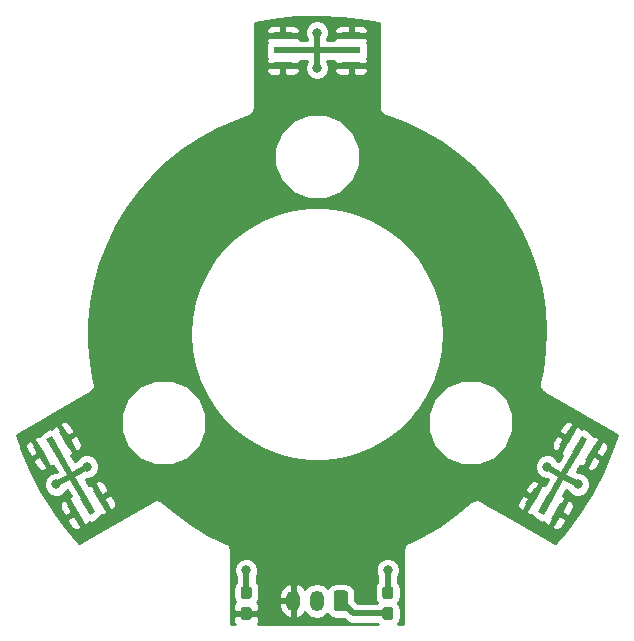
<source format=gbr>
G04 #@! TF.GenerationSoftware,KiCad,Pcbnew,(5.0.1-3-g963ef8bb5)*
G04 #@! TF.CreationDate,2019-08-29T11:39:49+02:00*
G04 #@! TF.ProjectId,crecol_encoder,637265636F6C5F656E636F6465722E6B,rev?*
G04 #@! TF.SameCoordinates,Original*
G04 #@! TF.FileFunction,Copper,L2,Bot,Signal*
G04 #@! TF.FilePolarity,Positive*
%FSLAX46Y46*%
G04 Gerber Fmt 4.6, Leading zero omitted, Abs format (unit mm)*
G04 Created by KiCad (PCBNEW (5.0.1-3-g963ef8bb5)) date 2019 August 29, Thursday 11:39:49*
%MOMM*%
%LPD*%
G01*
G04 APERTURE LIST*
G04 #@! TA.AperFunction,Conductor*
%ADD10C,0.100000*%
G04 #@! TD*
G04 #@! TA.AperFunction,SMDPad,CuDef*
%ADD11C,0.950000*%
G04 #@! TD*
G04 #@! TA.AperFunction,ComponentPad*
%ADD12C,1.200000*%
G04 #@! TD*
G04 #@! TA.AperFunction,ComponentPad*
%ADD13O,1.200000X1.750000*%
G04 #@! TD*
G04 #@! TA.AperFunction,SMDPad,CuDef*
%ADD14C,0.550000*%
G04 #@! TD*
G04 #@! TA.AperFunction,SMDPad,CuDef*
%ADD15R,1.600000X0.550000*%
G04 #@! TD*
G04 #@! TA.AperFunction,ViaPad*
%ADD16C,0.800000*%
G04 #@! TD*
G04 #@! TA.AperFunction,Conductor*
%ADD17C,0.500000*%
G04 #@! TD*
G04 #@! TA.AperFunction,Conductor*
%ADD18C,0.254000*%
G04 #@! TD*
G04 APERTURE END LIST*
D10*
G04 #@! TO.N,Net-(C0-Pad1)*
G04 #@! TO.C,C0*
G36*
X94260779Y-121401144D02*
X94283834Y-121404563D01*
X94306443Y-121410227D01*
X94328387Y-121418079D01*
X94349457Y-121428044D01*
X94369448Y-121440026D01*
X94388168Y-121453910D01*
X94405438Y-121469562D01*
X94421090Y-121486832D01*
X94434974Y-121505552D01*
X94446956Y-121525543D01*
X94456921Y-121546613D01*
X94464773Y-121568557D01*
X94470437Y-121591166D01*
X94473856Y-121614221D01*
X94475000Y-121637500D01*
X94475000Y-122212500D01*
X94473856Y-122235779D01*
X94470437Y-122258834D01*
X94464773Y-122281443D01*
X94456921Y-122303387D01*
X94446956Y-122324457D01*
X94434974Y-122344448D01*
X94421090Y-122363168D01*
X94405438Y-122380438D01*
X94388168Y-122396090D01*
X94369448Y-122409974D01*
X94349457Y-122421956D01*
X94328387Y-122431921D01*
X94306443Y-122439773D01*
X94283834Y-122445437D01*
X94260779Y-122448856D01*
X94237500Y-122450000D01*
X93762500Y-122450000D01*
X93739221Y-122448856D01*
X93716166Y-122445437D01*
X93693557Y-122439773D01*
X93671613Y-122431921D01*
X93650543Y-122421956D01*
X93630552Y-122409974D01*
X93611832Y-122396090D01*
X93594562Y-122380438D01*
X93578910Y-122363168D01*
X93565026Y-122344448D01*
X93553044Y-122324457D01*
X93543079Y-122303387D01*
X93535227Y-122281443D01*
X93529563Y-122258834D01*
X93526144Y-122235779D01*
X93525000Y-122212500D01*
X93525000Y-121637500D01*
X93526144Y-121614221D01*
X93529563Y-121591166D01*
X93535227Y-121568557D01*
X93543079Y-121546613D01*
X93553044Y-121525543D01*
X93565026Y-121505552D01*
X93578910Y-121486832D01*
X93594562Y-121469562D01*
X93611832Y-121453910D01*
X93630552Y-121440026D01*
X93650543Y-121428044D01*
X93671613Y-121418079D01*
X93693557Y-121410227D01*
X93716166Y-121404563D01*
X93739221Y-121401144D01*
X93762500Y-121400000D01*
X94237500Y-121400000D01*
X94260779Y-121401144D01*
X94260779Y-121401144D01*
G37*
D11*
G04 #@! TD*
G04 #@! TO.P,C0,1*
G04 #@! TO.N,Net-(C0-Pad1)*
X94000000Y-121925000D03*
D10*
G04 #@! TO.N,GND*
G04 #@! TO.C,C0*
G36*
X94260779Y-123151144D02*
X94283834Y-123154563D01*
X94306443Y-123160227D01*
X94328387Y-123168079D01*
X94349457Y-123178044D01*
X94369448Y-123190026D01*
X94388168Y-123203910D01*
X94405438Y-123219562D01*
X94421090Y-123236832D01*
X94434974Y-123255552D01*
X94446956Y-123275543D01*
X94456921Y-123296613D01*
X94464773Y-123318557D01*
X94470437Y-123341166D01*
X94473856Y-123364221D01*
X94475000Y-123387500D01*
X94475000Y-123962500D01*
X94473856Y-123985779D01*
X94470437Y-124008834D01*
X94464773Y-124031443D01*
X94456921Y-124053387D01*
X94446956Y-124074457D01*
X94434974Y-124094448D01*
X94421090Y-124113168D01*
X94405438Y-124130438D01*
X94388168Y-124146090D01*
X94369448Y-124159974D01*
X94349457Y-124171956D01*
X94328387Y-124181921D01*
X94306443Y-124189773D01*
X94283834Y-124195437D01*
X94260779Y-124198856D01*
X94237500Y-124200000D01*
X93762500Y-124200000D01*
X93739221Y-124198856D01*
X93716166Y-124195437D01*
X93693557Y-124189773D01*
X93671613Y-124181921D01*
X93650543Y-124171956D01*
X93630552Y-124159974D01*
X93611832Y-124146090D01*
X93594562Y-124130438D01*
X93578910Y-124113168D01*
X93565026Y-124094448D01*
X93553044Y-124074457D01*
X93543079Y-124053387D01*
X93535227Y-124031443D01*
X93529563Y-124008834D01*
X93526144Y-123985779D01*
X93525000Y-123962500D01*
X93525000Y-123387500D01*
X93526144Y-123364221D01*
X93529563Y-123341166D01*
X93535227Y-123318557D01*
X93543079Y-123296613D01*
X93553044Y-123275543D01*
X93565026Y-123255552D01*
X93578910Y-123236832D01*
X93594562Y-123219562D01*
X93611832Y-123203910D01*
X93630552Y-123190026D01*
X93650543Y-123178044D01*
X93671613Y-123168079D01*
X93693557Y-123160227D01*
X93716166Y-123154563D01*
X93739221Y-123151144D01*
X93762500Y-123150000D01*
X94237500Y-123150000D01*
X94260779Y-123151144D01*
X94260779Y-123151144D01*
G37*
D11*
G04 #@! TD*
G04 #@! TO.P,C0,2*
G04 #@! TO.N,GND*
X94000000Y-123675000D03*
D10*
G04 #@! TO.N,+3V3*
G04 #@! TO.C,J0*
G36*
X102374505Y-121726204D02*
X102398773Y-121729804D01*
X102422572Y-121735765D01*
X102445671Y-121744030D01*
X102467850Y-121754520D01*
X102488893Y-121767132D01*
X102508599Y-121781747D01*
X102526777Y-121798223D01*
X102543253Y-121816401D01*
X102557868Y-121836107D01*
X102570480Y-121857150D01*
X102580970Y-121879329D01*
X102589235Y-121902428D01*
X102595196Y-121926227D01*
X102598796Y-121950495D01*
X102600000Y-121974999D01*
X102600000Y-123225001D01*
X102598796Y-123249505D01*
X102595196Y-123273773D01*
X102589235Y-123297572D01*
X102580970Y-123320671D01*
X102570480Y-123342850D01*
X102557868Y-123363893D01*
X102543253Y-123383599D01*
X102526777Y-123401777D01*
X102508599Y-123418253D01*
X102488893Y-123432868D01*
X102467850Y-123445480D01*
X102445671Y-123455970D01*
X102422572Y-123464235D01*
X102398773Y-123470196D01*
X102374505Y-123473796D01*
X102350001Y-123475000D01*
X101649999Y-123475000D01*
X101625495Y-123473796D01*
X101601227Y-123470196D01*
X101577428Y-123464235D01*
X101554329Y-123455970D01*
X101532150Y-123445480D01*
X101511107Y-123432868D01*
X101491401Y-123418253D01*
X101473223Y-123401777D01*
X101456747Y-123383599D01*
X101442132Y-123363893D01*
X101429520Y-123342850D01*
X101419030Y-123320671D01*
X101410765Y-123297572D01*
X101404804Y-123273773D01*
X101401204Y-123249505D01*
X101400000Y-123225001D01*
X101400000Y-121974999D01*
X101401204Y-121950495D01*
X101404804Y-121926227D01*
X101410765Y-121902428D01*
X101419030Y-121879329D01*
X101429520Y-121857150D01*
X101442132Y-121836107D01*
X101456747Y-121816401D01*
X101473223Y-121798223D01*
X101491401Y-121781747D01*
X101511107Y-121767132D01*
X101532150Y-121754520D01*
X101554329Y-121744030D01*
X101577428Y-121735765D01*
X101601227Y-121729804D01*
X101625495Y-121726204D01*
X101649999Y-121725000D01*
X102350001Y-121725000D01*
X102374505Y-121726204D01*
X102374505Y-121726204D01*
G37*
D12*
G04 #@! TD*
G04 #@! TO.P,J0,1*
G04 #@! TO.N,+3V3*
X102000000Y-122600000D03*
D13*
G04 #@! TO.P,J0,2*
G04 #@! TO.N,Net-(C0-Pad1)*
X100000000Y-122600000D03*
G04 #@! TO.P,J0,3*
G04 #@! TO.N,GND*
X98000000Y-122600000D03*
G04 #@! TD*
D10*
G04 #@! TO.N,+3V3*
G04 #@! TO.C,R0*
G36*
X106260779Y-123151144D02*
X106283834Y-123154563D01*
X106306443Y-123160227D01*
X106328387Y-123168079D01*
X106349457Y-123178044D01*
X106369448Y-123190026D01*
X106388168Y-123203910D01*
X106405438Y-123219562D01*
X106421090Y-123236832D01*
X106434974Y-123255552D01*
X106446956Y-123275543D01*
X106456921Y-123296613D01*
X106464773Y-123318557D01*
X106470437Y-123341166D01*
X106473856Y-123364221D01*
X106475000Y-123387500D01*
X106475000Y-123962500D01*
X106473856Y-123985779D01*
X106470437Y-124008834D01*
X106464773Y-124031443D01*
X106456921Y-124053387D01*
X106446956Y-124074457D01*
X106434974Y-124094448D01*
X106421090Y-124113168D01*
X106405438Y-124130438D01*
X106388168Y-124146090D01*
X106369448Y-124159974D01*
X106349457Y-124171956D01*
X106328387Y-124181921D01*
X106306443Y-124189773D01*
X106283834Y-124195437D01*
X106260779Y-124198856D01*
X106237500Y-124200000D01*
X105762500Y-124200000D01*
X105739221Y-124198856D01*
X105716166Y-124195437D01*
X105693557Y-124189773D01*
X105671613Y-124181921D01*
X105650543Y-124171956D01*
X105630552Y-124159974D01*
X105611832Y-124146090D01*
X105594562Y-124130438D01*
X105578910Y-124113168D01*
X105565026Y-124094448D01*
X105553044Y-124074457D01*
X105543079Y-124053387D01*
X105535227Y-124031443D01*
X105529563Y-124008834D01*
X105526144Y-123985779D01*
X105525000Y-123962500D01*
X105525000Y-123387500D01*
X105526144Y-123364221D01*
X105529563Y-123341166D01*
X105535227Y-123318557D01*
X105543079Y-123296613D01*
X105553044Y-123275543D01*
X105565026Y-123255552D01*
X105578910Y-123236832D01*
X105594562Y-123219562D01*
X105611832Y-123203910D01*
X105630552Y-123190026D01*
X105650543Y-123178044D01*
X105671613Y-123168079D01*
X105693557Y-123160227D01*
X105716166Y-123154563D01*
X105739221Y-123151144D01*
X105762500Y-123150000D01*
X106237500Y-123150000D01*
X106260779Y-123151144D01*
X106260779Y-123151144D01*
G37*
D11*
G04 #@! TD*
G04 #@! TO.P,R0,1*
G04 #@! TO.N,+3V3*
X106000000Y-123675000D03*
D10*
G04 #@! TO.N,Net-(C0-Pad1)*
G04 #@! TO.C,R0*
G36*
X106260779Y-121401144D02*
X106283834Y-121404563D01*
X106306443Y-121410227D01*
X106328387Y-121418079D01*
X106349457Y-121428044D01*
X106369448Y-121440026D01*
X106388168Y-121453910D01*
X106405438Y-121469562D01*
X106421090Y-121486832D01*
X106434974Y-121505552D01*
X106446956Y-121525543D01*
X106456921Y-121546613D01*
X106464773Y-121568557D01*
X106470437Y-121591166D01*
X106473856Y-121614221D01*
X106475000Y-121637500D01*
X106475000Y-122212500D01*
X106473856Y-122235779D01*
X106470437Y-122258834D01*
X106464773Y-122281443D01*
X106456921Y-122303387D01*
X106446956Y-122324457D01*
X106434974Y-122344448D01*
X106421090Y-122363168D01*
X106405438Y-122380438D01*
X106388168Y-122396090D01*
X106369448Y-122409974D01*
X106349457Y-122421956D01*
X106328387Y-122431921D01*
X106306443Y-122439773D01*
X106283834Y-122445437D01*
X106260779Y-122448856D01*
X106237500Y-122450000D01*
X105762500Y-122450000D01*
X105739221Y-122448856D01*
X105716166Y-122445437D01*
X105693557Y-122439773D01*
X105671613Y-122431921D01*
X105650543Y-122421956D01*
X105630552Y-122409974D01*
X105611832Y-122396090D01*
X105594562Y-122380438D01*
X105578910Y-122363168D01*
X105565026Y-122344448D01*
X105553044Y-122324457D01*
X105543079Y-122303387D01*
X105535227Y-122281443D01*
X105529563Y-122258834D01*
X105526144Y-122235779D01*
X105525000Y-122212500D01*
X105525000Y-121637500D01*
X105526144Y-121614221D01*
X105529563Y-121591166D01*
X105535227Y-121568557D01*
X105543079Y-121546613D01*
X105553044Y-121525543D01*
X105565026Y-121505552D01*
X105578910Y-121486832D01*
X105594562Y-121469562D01*
X105611832Y-121453910D01*
X105630552Y-121440026D01*
X105650543Y-121428044D01*
X105671613Y-121418079D01*
X105693557Y-121410227D01*
X105716166Y-121404563D01*
X105739221Y-121401144D01*
X105762500Y-121400000D01*
X106237500Y-121400000D01*
X106260779Y-121401144D01*
X106260779Y-121401144D01*
G37*
D11*
G04 #@! TD*
G04 #@! TO.P,R0,2*
G04 #@! TO.N,Net-(C0-Pad1)*
X106000000Y-121925000D03*
D14*
G04 #@! TO.P,SW0,1*
G04 #@! TO.N,Net-(C0-Pad1)*
X80600000Y-114511474D03*
D10*
G04 #@! TD*
G04 #@! TO.N,Net-(C0-Pad1)*
G04 #@! TO.C,SW0*
G36*
X79961843Y-113956154D02*
X80438157Y-113681154D01*
X81238157Y-115066794D01*
X80761843Y-115341794D01*
X79961843Y-113956154D01*
X79961843Y-113956154D01*
G37*
D14*
G04 #@! TO.P,SW0,1*
G04 #@! TO.N,Net-(C0-Pad1)*
X77700000Y-109488526D03*
D10*
G04 #@! TD*
G04 #@! TO.N,Net-(C0-Pad1)*
G04 #@! TO.C,SW0*
G36*
X77061843Y-108933206D02*
X77538157Y-108658206D01*
X78338157Y-110043846D01*
X77861843Y-110318846D01*
X77061843Y-108933206D01*
X77061843Y-108933206D01*
G37*
D14*
G04 #@! TO.P,SW0,2*
G04 #@! TO.N,GND*
X76600148Y-110123526D03*
D10*
G04 #@! TD*
G04 #@! TO.N,GND*
G04 #@! TO.C,SW0*
G36*
X75961991Y-109568206D02*
X76438305Y-109293206D01*
X77238305Y-110678846D01*
X76761991Y-110953846D01*
X75961991Y-109568206D01*
X75961991Y-109568206D01*
G37*
D14*
G04 #@! TO.P,SW0,2*
G04 #@! TO.N,GND*
X78799852Y-108853526D03*
D10*
G04 #@! TD*
G04 #@! TO.N,GND*
G04 #@! TO.C,SW0*
G36*
X78161695Y-108298206D02*
X78638009Y-108023206D01*
X79438009Y-109408846D01*
X78961695Y-109683846D01*
X78161695Y-108298206D01*
X78161695Y-108298206D01*
G37*
D14*
G04 #@! TO.P,SW0,2*
G04 #@! TO.N,GND*
X81699852Y-113876474D03*
D10*
G04 #@! TD*
G04 #@! TO.N,GND*
G04 #@! TO.C,SW0*
G36*
X81061695Y-113321154D02*
X81538009Y-113046154D01*
X82338009Y-114431794D01*
X81861695Y-114706794D01*
X81061695Y-113321154D01*
X81061695Y-113321154D01*
G37*
D14*
G04 #@! TO.P,SW0,2*
G04 #@! TO.N,GND*
X79500148Y-115146474D03*
D10*
G04 #@! TD*
G04 #@! TO.N,GND*
G04 #@! TO.C,SW0*
G36*
X78861991Y-114591154D02*
X79338305Y-114316154D01*
X80138305Y-115701794D01*
X79661991Y-115976794D01*
X78861991Y-114591154D01*
X78861991Y-114591154D01*
G37*
D15*
G04 #@! TO.P,SW1,1*
G04 #@! TO.N,Net-(C0-Pad1)*
X102900000Y-76000000D03*
X97100000Y-76000000D03*
G04 #@! TO.P,SW1,2*
G04 #@! TO.N,GND*
X97100000Y-77270000D03*
X97100000Y-74730000D03*
X102900000Y-74730000D03*
X102900000Y-77270000D03*
G04 #@! TD*
D14*
G04 #@! TO.P,SW2,2*
G04 #@! TO.N,GND*
X123349852Y-110123526D03*
D10*
G04 #@! TD*
G04 #@! TO.N,GND*
G04 #@! TO.C,SW2*
G36*
X123188009Y-110953846D02*
X122711695Y-110678846D01*
X123511695Y-109293206D01*
X123988009Y-109568206D01*
X123188009Y-110953846D01*
X123188009Y-110953846D01*
G37*
D14*
G04 #@! TO.P,SW2,2*
G04 #@! TO.N,GND*
X121150148Y-108853526D03*
D10*
G04 #@! TD*
G04 #@! TO.N,GND*
G04 #@! TO.C,SW2*
G36*
X120988305Y-109683846D02*
X120511991Y-109408846D01*
X121311991Y-108023206D01*
X121788305Y-108298206D01*
X120988305Y-109683846D01*
X120988305Y-109683846D01*
G37*
D14*
G04 #@! TO.P,SW2,2*
G04 #@! TO.N,GND*
X118250148Y-113876474D03*
D10*
G04 #@! TD*
G04 #@! TO.N,GND*
G04 #@! TO.C,SW2*
G36*
X118088305Y-114706794D02*
X117611991Y-114431794D01*
X118411991Y-113046154D01*
X118888305Y-113321154D01*
X118088305Y-114706794D01*
X118088305Y-114706794D01*
G37*
D14*
G04 #@! TO.P,SW2,2*
G04 #@! TO.N,GND*
X120449852Y-115146474D03*
D10*
G04 #@! TD*
G04 #@! TO.N,GND*
G04 #@! TO.C,SW2*
G36*
X120288009Y-115976794D02*
X119811695Y-115701794D01*
X120611695Y-114316154D01*
X121088009Y-114591154D01*
X120288009Y-115976794D01*
X120288009Y-115976794D01*
G37*
D14*
G04 #@! TO.P,SW2,1*
G04 #@! TO.N,Net-(C0-Pad1)*
X119350000Y-114511474D03*
D10*
G04 #@! TD*
G04 #@! TO.N,Net-(C0-Pad1)*
G04 #@! TO.C,SW2*
G36*
X119188157Y-115341794D02*
X118711843Y-115066794D01*
X119511843Y-113681154D01*
X119988157Y-113956154D01*
X119188157Y-115341794D01*
X119188157Y-115341794D01*
G37*
D14*
G04 #@! TO.P,SW2,1*
G04 #@! TO.N,Net-(C0-Pad1)*
X122250000Y-109488526D03*
D10*
G04 #@! TD*
G04 #@! TO.N,Net-(C0-Pad1)*
G04 #@! TO.C,SW2*
G36*
X122088157Y-110318846D02*
X121611843Y-110043846D01*
X122411843Y-108658206D01*
X122888157Y-108933206D01*
X122088157Y-110318846D01*
X122088157Y-110318846D01*
G37*
D16*
G04 #@! TO.N,Net-(C0-Pad1)*
X100000000Y-76000000D03*
X100000000Y-74500000D03*
X100000000Y-77500000D03*
X77916352Y-112750000D03*
X122083648Y-112750000D03*
X79215390Y-112000000D03*
X120784610Y-112000000D03*
X80514428Y-111250000D03*
X119485572Y-111250000D03*
X106000000Y-120000000D03*
X94000000Y-120000000D03*
G04 #@! TD*
D17*
G04 #@! TO.N,+3V3*
X103075000Y-123675000D02*
X102000000Y-122600000D01*
X106000000Y-123675000D02*
X103075000Y-123675000D01*
G04 #@! TO.N,Net-(C0-Pad1)*
X102900000Y-76000000D02*
X100000000Y-76000000D01*
X100000000Y-76000000D02*
X97100000Y-76000000D01*
X100000000Y-76000000D02*
X100000000Y-74500000D01*
X100000000Y-76000000D02*
X100000000Y-76565685D01*
X100000000Y-76565685D02*
X100000000Y-77500000D01*
X122250000Y-109488526D02*
X120784610Y-112000000D01*
X119350000Y-114511474D02*
X120784610Y-112000000D01*
X79215390Y-112000000D02*
X80600000Y-114511474D01*
X77700000Y-109488526D02*
X79215390Y-112000000D01*
X79215390Y-112000000D02*
X80514428Y-111250000D01*
X77916352Y-112750000D02*
X79215390Y-112000000D01*
X119485572Y-111250000D02*
X120784610Y-112000000D01*
X120784610Y-112000000D02*
X122083648Y-112750000D01*
X106000000Y-121925000D02*
X106000000Y-120000000D01*
X94000000Y-121925000D02*
X94000000Y-120000000D01*
G04 #@! TD*
D18*
G04 #@! TO.N,GND*
G36*
X102187905Y-73238765D02*
X104190425Y-73478399D01*
X105290000Y-73687636D01*
X105290001Y-80979926D01*
X105331196Y-81187028D01*
X105488120Y-81421881D01*
X105722973Y-81578805D01*
X105802046Y-81594534D01*
X107424037Y-82187314D01*
X108978093Y-82917788D01*
X110461060Y-83783517D01*
X111861194Y-84777642D01*
X113167420Y-85892302D01*
X114369380Y-87118657D01*
X115457579Y-88447019D01*
X116423370Y-89866835D01*
X117259137Y-91366905D01*
X117958240Y-92935318D01*
X118515156Y-94559677D01*
X118925468Y-96227099D01*
X119185933Y-97924405D01*
X119294485Y-99638136D01*
X119250266Y-101354753D01*
X119053035Y-103065761D01*
X118839267Y-104182013D01*
X118814709Y-104254359D01*
X118820233Y-104338642D01*
X118820043Y-104342055D01*
X118822148Y-104405198D01*
X118827391Y-104447846D01*
X118833183Y-104536209D01*
X118872103Y-104615131D01*
X118885784Y-104648473D01*
X118914867Y-104704559D01*
X118920778Y-104713835D01*
X118958110Y-104789536D01*
X119022818Y-104846283D01*
X119030226Y-104854309D01*
X119077035Y-104896739D01*
X119101087Y-104914924D01*
X119116868Y-104928763D01*
X119127873Y-104935117D01*
X119181013Y-104968312D01*
X119216829Y-104986476D01*
X125429336Y-108573269D01*
X124934867Y-109960066D01*
X124117887Y-111801615D01*
X123165134Y-113576712D01*
X122081954Y-115275400D01*
X120873162Y-116889821D01*
X120142176Y-117737456D01*
X117935735Y-116463566D01*
X119861122Y-116463566D01*
X120079897Y-116589875D01*
X120330354Y-116622849D01*
X120574365Y-116557465D01*
X120774781Y-116403681D01*
X121095060Y-115848941D01*
X121036954Y-115632084D01*
X120496337Y-115319959D01*
X119921712Y-116315239D01*
X119979819Y-116532095D01*
X119861122Y-116463566D01*
X117935735Y-116463566D01*
X115736030Y-115193566D01*
X117661418Y-115193566D01*
X117880193Y-115319875D01*
X118130650Y-115352849D01*
X118143232Y-115349478D01*
X118198194Y-115460931D01*
X118388123Y-115627493D01*
X118864437Y-115902493D01*
X119103649Y-115983695D01*
X119227652Y-115975567D01*
X119231023Y-115988150D01*
X119384807Y-116188565D01*
X119484885Y-116246345D01*
X119701742Y-116188239D01*
X120276367Y-115192959D01*
X120259046Y-115182959D01*
X120306948Y-115099989D01*
X120623337Y-115099989D01*
X121163954Y-115412114D01*
X121380810Y-115354007D01*
X121701090Y-114799267D01*
X121734063Y-114548810D01*
X121668681Y-114304798D01*
X121514897Y-114104383D01*
X121414819Y-114046603D01*
X121197962Y-114104709D01*
X120623337Y-115099989D01*
X120306948Y-115099989D01*
X120386046Y-114962989D01*
X120403367Y-114972989D01*
X120977992Y-113977709D01*
X120919885Y-113760853D01*
X121038582Y-113829382D01*
X120828213Y-113707926D01*
X121112082Y-113210976D01*
X121167589Y-113243022D01*
X121206217Y-113336280D01*
X121497368Y-113627431D01*
X121877774Y-113785000D01*
X122289522Y-113785000D01*
X122669928Y-113627431D01*
X122961079Y-113336280D01*
X123118648Y-112955874D01*
X123118648Y-112544126D01*
X122961079Y-112163720D01*
X122669928Y-111872569D01*
X122289522Y-111715000D01*
X122060974Y-111715000D01*
X121997063Y-111678101D01*
X122222174Y-111292291D01*
X122821712Y-111292291D01*
X122879819Y-111509147D01*
X122839451Y-111485841D01*
X122979897Y-111566927D01*
X123230354Y-111599901D01*
X123474365Y-111534517D01*
X123674781Y-111380733D01*
X123995060Y-110825993D01*
X123936954Y-110609136D01*
X123396337Y-110297011D01*
X122821712Y-111292291D01*
X122222174Y-111292291D01*
X122293244Y-111170488D01*
X122384885Y-111223397D01*
X122601742Y-111165291D01*
X123176367Y-110170011D01*
X123159046Y-110160011D01*
X123206948Y-110077041D01*
X123523337Y-110077041D01*
X124063954Y-110389166D01*
X124280810Y-110331059D01*
X124601090Y-109776319D01*
X124634063Y-109525862D01*
X124568681Y-109281850D01*
X124414897Y-109081435D01*
X124314819Y-109023655D01*
X124097962Y-109081761D01*
X123523337Y-110077041D01*
X123206948Y-110077041D01*
X123286046Y-109940041D01*
X123303367Y-109950041D01*
X123877992Y-108954761D01*
X123819885Y-108737905D01*
X123938582Y-108806434D01*
X123719807Y-108680125D01*
X123469350Y-108647151D01*
X123456768Y-108650522D01*
X123401806Y-108539069D01*
X123211877Y-108372507D01*
X122735563Y-108097507D01*
X122496351Y-108016305D01*
X122372348Y-108024433D01*
X122368977Y-108011850D01*
X122215193Y-107811435D01*
X122115115Y-107753655D01*
X121898258Y-107811761D01*
X121323633Y-108807041D01*
X121340954Y-108817041D01*
X121213954Y-109037011D01*
X121196633Y-109027011D01*
X120622008Y-110022291D01*
X120680115Y-110239147D01*
X120760363Y-110285478D01*
X120464182Y-110793092D01*
X120401632Y-110756978D01*
X120363003Y-110663720D01*
X120071852Y-110372569D01*
X119691446Y-110215000D01*
X119279698Y-110215000D01*
X118899292Y-110372569D01*
X118608141Y-110663720D01*
X118450572Y-111044126D01*
X118450572Y-111455874D01*
X118608141Y-111836280D01*
X118899292Y-112127431D01*
X119279698Y-112285000D01*
X119508246Y-112285000D01*
X119579202Y-112325966D01*
X119295333Y-112822917D01*
X119215115Y-112776603D01*
X118998258Y-112834709D01*
X118423633Y-113829989D01*
X118440954Y-113839989D01*
X118313954Y-114059959D01*
X118296633Y-114049959D01*
X117722008Y-115045239D01*
X117780115Y-115262095D01*
X117661418Y-115193566D01*
X115736030Y-115193566D01*
X114489944Y-114474138D01*
X116965937Y-114474138D01*
X117031319Y-114718150D01*
X117185103Y-114918565D01*
X117285181Y-114976345D01*
X117502038Y-114918239D01*
X118076663Y-113922959D01*
X117536046Y-113610834D01*
X117319190Y-113668941D01*
X116998910Y-114223681D01*
X116965937Y-114474138D01*
X114489944Y-114474138D01*
X114005338Y-114194351D01*
X113998564Y-114187429D01*
X113950538Y-114146383D01*
X113899052Y-114109767D01*
X113844515Y-114077874D01*
X113787360Y-114050955D01*
X113728038Y-114029223D01*
X113667018Y-114012851D01*
X113604786Y-114001968D01*
X113541832Y-113996660D01*
X113478654Y-113996969D01*
X113415755Y-114002893D01*
X113353632Y-114014385D01*
X113292776Y-114031354D01*
X113233670Y-114053665D01*
X113176780Y-114081143D01*
X113122558Y-114113569D01*
X113071434Y-114150686D01*
X113057047Y-114162454D01*
X111720463Y-115285193D01*
X110315306Y-116266557D01*
X108824604Y-117121343D01*
X107774761Y-117620894D01*
X107722972Y-117631195D01*
X107488119Y-117788120D01*
X107331195Y-118022973D01*
X107290000Y-118230075D01*
X107290001Y-124590000D01*
X106860623Y-124590000D01*
X106863247Y-124588247D01*
X107055078Y-124301152D01*
X107122440Y-123962500D01*
X107122440Y-123387500D01*
X107055078Y-123048848D01*
X106888803Y-122800000D01*
X107055078Y-122551152D01*
X107122440Y-122212500D01*
X107122440Y-121637500D01*
X107055078Y-121298848D01*
X106885000Y-121044309D01*
X106885000Y-120568007D01*
X107035000Y-120205874D01*
X107035000Y-119794126D01*
X106877431Y-119413720D01*
X106586280Y-119122569D01*
X106205874Y-118965000D01*
X105794126Y-118965000D01*
X105413720Y-119122569D01*
X105122569Y-119413720D01*
X104965000Y-119794126D01*
X104965000Y-120205874D01*
X105115001Y-120568008D01*
X105115000Y-121044308D01*
X104944922Y-121298848D01*
X104877560Y-121637500D01*
X104877560Y-122212500D01*
X104944922Y-122551152D01*
X105104515Y-122790000D01*
X103441579Y-122790000D01*
X103247440Y-122595861D01*
X103247440Y-121974999D01*
X103179127Y-121631564D01*
X102984586Y-121340414D01*
X102693436Y-121145873D01*
X102350001Y-121077560D01*
X101649999Y-121077560D01*
X101306564Y-121145873D01*
X101015414Y-121340414D01*
X100921428Y-121481074D01*
X100890385Y-121434615D01*
X100481873Y-121161656D01*
X100000000Y-121065805D01*
X99518128Y-121161656D01*
X99109616Y-121434615D01*
X98990833Y-121612385D01*
X98783474Y-121361920D01*
X98355281Y-121135408D01*
X98317609Y-121131538D01*
X98127000Y-121256269D01*
X98127000Y-122473000D01*
X98147000Y-122473000D01*
X98147000Y-122727000D01*
X98127000Y-122727000D01*
X98127000Y-123943731D01*
X98317609Y-124068462D01*
X98355281Y-124064592D01*
X98783474Y-123838080D01*
X98990833Y-123587615D01*
X99109615Y-123765385D01*
X99518127Y-124038344D01*
X100000000Y-124134195D01*
X100481872Y-124038344D01*
X100890385Y-123765385D01*
X100921428Y-123718926D01*
X101015414Y-123859586D01*
X101306564Y-124054127D01*
X101649999Y-124122440D01*
X102270861Y-124122440D01*
X102387577Y-124239156D01*
X102436951Y-124313049D01*
X102510844Y-124362423D01*
X102510845Y-124362424D01*
X102729690Y-124508652D01*
X102987835Y-124560000D01*
X102987839Y-124560000D01*
X103075000Y-124577337D01*
X103162161Y-124560000D01*
X105117879Y-124560000D01*
X105136753Y-124588247D01*
X105139377Y-124590000D01*
X94983025Y-124590000D01*
X95013327Y-124559698D01*
X95110000Y-124326309D01*
X95110000Y-123960750D01*
X94951250Y-123802000D01*
X94127000Y-123802000D01*
X94127000Y-123822000D01*
X93873000Y-123822000D01*
X93873000Y-123802000D01*
X93048750Y-123802000D01*
X92890000Y-123960750D01*
X92890000Y-124326309D01*
X92986673Y-124559698D01*
X93016975Y-124590000D01*
X92710000Y-124590000D01*
X92710000Y-121637500D01*
X92877560Y-121637500D01*
X92877560Y-122212500D01*
X92944922Y-122551152D01*
X93057435Y-122719540D01*
X92986673Y-122790302D01*
X92890000Y-123023691D01*
X92890000Y-123389250D01*
X93048750Y-123548000D01*
X93873000Y-123548000D01*
X93873000Y-123528000D01*
X94127000Y-123528000D01*
X94127000Y-123548000D01*
X94951250Y-123548000D01*
X95110000Y-123389250D01*
X95110000Y-123023691D01*
X95013327Y-122790302D01*
X94950025Y-122727000D01*
X96765000Y-122727000D01*
X96765000Y-123002000D01*
X96907610Y-123464947D01*
X97216526Y-123838080D01*
X97644719Y-124064592D01*
X97682391Y-124068462D01*
X97873000Y-123943731D01*
X97873000Y-122727000D01*
X96765000Y-122727000D01*
X94950025Y-122727000D01*
X94942565Y-122719540D01*
X95055078Y-122551152D01*
X95122440Y-122212500D01*
X95122440Y-122198000D01*
X96765000Y-122198000D01*
X96765000Y-122473000D01*
X97873000Y-122473000D01*
X97873000Y-121256269D01*
X97682391Y-121131538D01*
X97644719Y-121135408D01*
X97216526Y-121361920D01*
X96907610Y-121735053D01*
X96765000Y-122198000D01*
X95122440Y-122198000D01*
X95122440Y-121637500D01*
X95055078Y-121298848D01*
X94885000Y-121044309D01*
X94885000Y-120568007D01*
X95035000Y-120205874D01*
X95035000Y-119794126D01*
X94877431Y-119413720D01*
X94586280Y-119122569D01*
X94205874Y-118965000D01*
X93794126Y-118965000D01*
X93413720Y-119122569D01*
X93122569Y-119413720D01*
X92965000Y-119794126D01*
X92965000Y-120205874D01*
X93115001Y-120568008D01*
X93115000Y-121044308D01*
X92944922Y-121298848D01*
X92877560Y-121637500D01*
X92710000Y-121637500D01*
X92710000Y-118270074D01*
X92668805Y-118062972D01*
X92511880Y-117828119D01*
X92277027Y-117671195D01*
X92138072Y-117643555D01*
X90717529Y-116945701D01*
X89247891Y-116053451D01*
X87859296Y-115031074D01*
X87078200Y-114360613D01*
X86908263Y-114166837D01*
X86654936Y-114041910D01*
X86373086Y-114023436D01*
X86173132Y-114091311D01*
X79860663Y-117735817D01*
X78906892Y-116614192D01*
X78349351Y-115848941D01*
X78854940Y-115848941D01*
X79175219Y-116403681D01*
X79375635Y-116557465D01*
X79619646Y-116622849D01*
X79870103Y-116589875D01*
X80088878Y-116463566D01*
X79970181Y-116532095D01*
X80028288Y-116315239D01*
X79453663Y-115319959D01*
X78913046Y-115632084D01*
X78854940Y-115848941D01*
X78349351Y-115848941D01*
X77720563Y-114985902D01*
X77449807Y-114548810D01*
X78215937Y-114548810D01*
X78248910Y-114799267D01*
X78569190Y-115354007D01*
X78786046Y-115412114D01*
X79326663Y-115099989D01*
X78752038Y-114104709D01*
X78535181Y-114046603D01*
X78435103Y-114104383D01*
X78281319Y-114304798D01*
X78215937Y-114548810D01*
X77449807Y-114548810D01*
X76659646Y-113273224D01*
X75730141Y-111485841D01*
X75447657Y-110825993D01*
X75954940Y-110825993D01*
X76275219Y-111380733D01*
X76475635Y-111534517D01*
X76719646Y-111599901D01*
X76970103Y-111566927D01*
X77110549Y-111485841D01*
X77070181Y-111509147D01*
X77128288Y-111292291D01*
X76553663Y-110297011D01*
X76013046Y-110609136D01*
X75954940Y-110825993D01*
X75447657Y-110825993D01*
X74936410Y-109631789D01*
X74899469Y-109525862D01*
X75315937Y-109525862D01*
X75348910Y-109776319D01*
X75669190Y-110331059D01*
X75886046Y-110389166D01*
X76426663Y-110077041D01*
X75852038Y-109081761D01*
X75635181Y-109023655D01*
X75535103Y-109081435D01*
X75381319Y-109281850D01*
X75315937Y-109525862D01*
X74899469Y-109525862D01*
X74648570Y-108806434D01*
X76011418Y-108806434D01*
X76130115Y-108737905D01*
X76072008Y-108954761D01*
X76646633Y-109950041D01*
X76663954Y-109940041D01*
X76790954Y-110160011D01*
X76773633Y-110170011D01*
X77348258Y-111165291D01*
X77565115Y-111223397D01*
X77665193Y-111165617D01*
X77672537Y-111156047D01*
X77991516Y-111684695D01*
X77939026Y-111715000D01*
X77710478Y-111715000D01*
X77330072Y-111872569D01*
X77038921Y-112163720D01*
X76881352Y-112544126D01*
X76881352Y-112955874D01*
X77038921Y-113336280D01*
X77330072Y-113627431D01*
X77710478Y-113785000D01*
X78122226Y-113785000D01*
X78502632Y-113627431D01*
X78793783Y-113336280D01*
X78832412Y-113243022D01*
X78876171Y-113217757D01*
X79142816Y-113701411D01*
X79130193Y-113703073D01*
X78911418Y-113829382D01*
X79030115Y-113760853D01*
X78972008Y-113977709D01*
X79546633Y-114972989D01*
X79563954Y-114962989D01*
X79690954Y-115182959D01*
X79673633Y-115192959D01*
X80248258Y-116188239D01*
X80465115Y-116246345D01*
X80565193Y-116188565D01*
X80718977Y-115988150D01*
X80722348Y-115975567D01*
X80846351Y-115983695D01*
X81085563Y-115902493D01*
X81561877Y-115627493D01*
X81751806Y-115460930D01*
X81806768Y-115349478D01*
X81819350Y-115352849D01*
X82069807Y-115319875D01*
X82288582Y-115193566D01*
X82169885Y-115262095D01*
X82227992Y-115045239D01*
X81653367Y-114049959D01*
X81636046Y-114059959D01*
X81556949Y-113922959D01*
X81873337Y-113922959D01*
X82447962Y-114918239D01*
X82664819Y-114976345D01*
X82764897Y-114918565D01*
X82918681Y-114718150D01*
X82984063Y-114474138D01*
X82951090Y-114223681D01*
X82630810Y-113668941D01*
X82413954Y-113610834D01*
X81873337Y-113922959D01*
X81556949Y-113922959D01*
X81509046Y-113839989D01*
X81526367Y-113829989D01*
X80951742Y-112834709D01*
X80734885Y-112776603D01*
X80673626Y-112811971D01*
X80525960Y-112544126D01*
X81137546Y-112544126D01*
X81229819Y-112490853D01*
X81171712Y-112707709D01*
X81746337Y-113702989D01*
X82286954Y-113390864D01*
X82345060Y-113174007D01*
X117604940Y-113174007D01*
X117663046Y-113390864D01*
X118203663Y-113702989D01*
X118778288Y-112707709D01*
X118720181Y-112490853D01*
X118812454Y-112544126D01*
X118620103Y-112433073D01*
X118369646Y-112400099D01*
X118125635Y-112465483D01*
X117925219Y-112619267D01*
X117604940Y-113174007D01*
X82345060Y-113174007D01*
X82024781Y-112619267D01*
X81824365Y-112465483D01*
X81580354Y-112400099D01*
X81329897Y-112433073D01*
X81137546Y-112544126D01*
X80525960Y-112544126D01*
X80409334Y-112332585D01*
X80491754Y-112285000D01*
X80720302Y-112285000D01*
X81100708Y-112127431D01*
X81391859Y-111836280D01*
X81549428Y-111455874D01*
X81549428Y-111044126D01*
X81391859Y-110663720D01*
X81100708Y-110372569D01*
X80720302Y-110215000D01*
X80308554Y-110215000D01*
X79928148Y-110372569D01*
X79636997Y-110663720D01*
X79598369Y-110756978D01*
X79524666Y-110799530D01*
X79208071Y-110274835D01*
X79269885Y-110239147D01*
X79327992Y-110022291D01*
X78753367Y-109027011D01*
X78736046Y-109037011D01*
X78656949Y-108900011D01*
X78973337Y-108900011D01*
X79547962Y-109895291D01*
X79764819Y-109953397D01*
X79864897Y-109895617D01*
X80018681Y-109695202D01*
X80084063Y-109451190D01*
X80051090Y-109200733D01*
X79730810Y-108645993D01*
X79513954Y-108587886D01*
X78973337Y-108900011D01*
X78656949Y-108900011D01*
X78609046Y-108817041D01*
X78626367Y-108807041D01*
X78051742Y-107811761D01*
X77834885Y-107753655D01*
X77734807Y-107811435D01*
X77581023Y-108011850D01*
X77577652Y-108024433D01*
X77453649Y-108016305D01*
X77214437Y-108097507D01*
X76738123Y-108372507D01*
X76548194Y-108539070D01*
X76493232Y-108650522D01*
X76480650Y-108647151D01*
X76230193Y-108680125D01*
X76011418Y-108806434D01*
X74648570Y-108806434D01*
X74567825Y-108574908D01*
X76366514Y-107536434D01*
X78211122Y-107536434D01*
X78329819Y-107467905D01*
X78271712Y-107684761D01*
X78846337Y-108680041D01*
X79386954Y-108367916D01*
X79445060Y-108151059D01*
X79124781Y-107596319D01*
X78924365Y-107442535D01*
X78680354Y-107377151D01*
X78429897Y-107410125D01*
X78211122Y-107536434D01*
X76366514Y-107536434D01*
X77679216Y-106778545D01*
X83382619Y-106778545D01*
X83382619Y-108221455D01*
X83934797Y-109554530D01*
X84955089Y-110574822D01*
X86288164Y-111127000D01*
X87731074Y-111127000D01*
X89064149Y-110574822D01*
X90084441Y-109554530D01*
X90636619Y-108221455D01*
X90636619Y-106778545D01*
X90084441Y-105445470D01*
X89064149Y-104425178D01*
X87731074Y-103873000D01*
X86288164Y-103873000D01*
X84955089Y-104425178D01*
X83934797Y-105445470D01*
X83382619Y-106778545D01*
X77679216Y-106778545D01*
X80883133Y-104928763D01*
X81041891Y-104789536D01*
X81166817Y-104536210D01*
X81185291Y-104254359D01*
X81159378Y-104178022D01*
X80861745Y-102476941D01*
X80717325Y-100765850D01*
X80721008Y-100000000D01*
X89245000Y-100000000D01*
X89329806Y-101347959D01*
X89582888Y-102674660D01*
X90000254Y-103959180D01*
X90575322Y-105181261D01*
X91299022Y-106321630D01*
X92159942Y-107362304D01*
X93144505Y-108286870D01*
X94237183Y-109080747D01*
X95420744Y-109731415D01*
X96676522Y-110228613D01*
X97984714Y-110564499D01*
X99324688Y-110733777D01*
X100675312Y-110733777D01*
X102015286Y-110564499D01*
X103323478Y-110228613D01*
X104579256Y-109731415D01*
X105762817Y-109080747D01*
X106855495Y-108286870D01*
X107840058Y-107362304D01*
X108322985Y-106778545D01*
X109363381Y-106778545D01*
X109363381Y-108221455D01*
X109915559Y-109554530D01*
X110935851Y-110574822D01*
X112268926Y-111127000D01*
X113711836Y-111127000D01*
X115044911Y-110574822D01*
X116065203Y-109554530D01*
X116108007Y-109451190D01*
X119865937Y-109451190D01*
X119931319Y-109695202D01*
X120085103Y-109895617D01*
X120185181Y-109953397D01*
X120402038Y-109895291D01*
X120976663Y-108900011D01*
X120436046Y-108587886D01*
X120219190Y-108645993D01*
X119898910Y-109200733D01*
X119865937Y-109451190D01*
X116108007Y-109451190D01*
X116617381Y-108221455D01*
X116617381Y-108151059D01*
X120504940Y-108151059D01*
X120563046Y-108367916D01*
X121103663Y-108680041D01*
X121678288Y-107684761D01*
X121620181Y-107467905D01*
X121738878Y-107536434D01*
X121520103Y-107410125D01*
X121269646Y-107377151D01*
X121025635Y-107442535D01*
X120825219Y-107596319D01*
X120504940Y-108151059D01*
X116617381Y-108151059D01*
X116617381Y-106778545D01*
X116065203Y-105445470D01*
X115044911Y-104425178D01*
X113711836Y-103873000D01*
X112268926Y-103873000D01*
X110935851Y-104425178D01*
X109915559Y-105445470D01*
X109363381Y-106778545D01*
X108322985Y-106778545D01*
X108700978Y-106321630D01*
X109424678Y-105181261D01*
X109999746Y-103959180D01*
X110417112Y-102674660D01*
X110670194Y-101347959D01*
X110755000Y-100000000D01*
X110670194Y-98652041D01*
X110417112Y-97325340D01*
X109999746Y-96040820D01*
X109424678Y-94818739D01*
X108700978Y-93678370D01*
X107840058Y-92637696D01*
X106855495Y-91713130D01*
X105762817Y-90919253D01*
X104579256Y-90268585D01*
X103323478Y-89771387D01*
X102015286Y-89435501D01*
X100675312Y-89266223D01*
X99324688Y-89266223D01*
X97984714Y-89435501D01*
X96676522Y-89771387D01*
X95420744Y-90268585D01*
X94237183Y-90919253D01*
X93144505Y-91713130D01*
X92159942Y-92637696D01*
X91299022Y-93678370D01*
X90575322Y-94818739D01*
X90000254Y-96040820D01*
X89582888Y-97325340D01*
X89329806Y-98652041D01*
X89245000Y-100000000D01*
X80721008Y-100000000D01*
X80725584Y-99048695D01*
X80886454Y-97339087D01*
X81198665Y-95650533D01*
X81659741Y-93996416D01*
X82266031Y-92389846D01*
X83012740Y-90843522D01*
X83893949Y-89369702D01*
X84902689Y-87980046D01*
X86030960Y-86685570D01*
X87269843Y-85496512D01*
X88609514Y-84422294D01*
X88825673Y-84278545D01*
X96373000Y-84278545D01*
X96373000Y-85721455D01*
X96925178Y-87054530D01*
X97945470Y-88074822D01*
X99278545Y-88627000D01*
X100721455Y-88627000D01*
X102054530Y-88074822D01*
X103074822Y-87054530D01*
X103627000Y-85721455D01*
X103627000Y-84278545D01*
X103074822Y-82945470D01*
X102054530Y-81925178D01*
X100721455Y-81373000D01*
X99278545Y-81373000D01*
X97945470Y-81925178D01*
X96925178Y-82945470D01*
X96373000Y-84278545D01*
X88825673Y-84278545D01*
X90039377Y-83471417D01*
X91548116Y-82651405D01*
X93128514Y-81966706D01*
X94202098Y-81593709D01*
X94277028Y-81578805D01*
X94347261Y-81531877D01*
X94350308Y-81530337D01*
X94403939Y-81496943D01*
X94438247Y-81471082D01*
X94511881Y-81421881D01*
X94560767Y-81348717D01*
X94582804Y-81320196D01*
X94616834Y-81266966D01*
X94621911Y-81257210D01*
X94668805Y-81187028D01*
X94685596Y-81102613D01*
X94688842Y-81092186D01*
X94702183Y-81030433D01*
X94705905Y-81000512D01*
X94710000Y-80979926D01*
X94710000Y-80967222D01*
X94712178Y-80904600D01*
X94710000Y-80864507D01*
X94710000Y-77555750D01*
X95665000Y-77555750D01*
X95665000Y-77671310D01*
X95761673Y-77904699D01*
X95940302Y-78083327D01*
X96173691Y-78180000D01*
X96814250Y-78180000D01*
X96973000Y-78021250D01*
X96973000Y-77397000D01*
X97227000Y-77397000D01*
X97227000Y-78021250D01*
X97385750Y-78180000D01*
X98026309Y-78180000D01*
X98259698Y-78083327D01*
X98438327Y-77904699D01*
X98535000Y-77671310D01*
X98535000Y-77555750D01*
X98376250Y-77397000D01*
X97227000Y-77397000D01*
X96973000Y-77397000D01*
X95823750Y-77397000D01*
X95665000Y-77555750D01*
X94710000Y-77555750D01*
X94710000Y-75725000D01*
X95652560Y-75725000D01*
X95652560Y-76275000D01*
X95701843Y-76522765D01*
X95770883Y-76626091D01*
X95761673Y-76635301D01*
X95665000Y-76868690D01*
X95665000Y-76984250D01*
X95823750Y-77143000D01*
X96973000Y-77143000D01*
X96973000Y-77123000D01*
X97227000Y-77123000D01*
X97227000Y-77143000D01*
X98376250Y-77143000D01*
X98535000Y-76984250D01*
X98535000Y-76885000D01*
X99115000Y-76885000D01*
X99115000Y-76931992D01*
X98965000Y-77294126D01*
X98965000Y-77705874D01*
X99122569Y-78086280D01*
X99413720Y-78377431D01*
X99794126Y-78535000D01*
X100205874Y-78535000D01*
X100586280Y-78377431D01*
X100877431Y-78086280D01*
X101035000Y-77705874D01*
X101035000Y-77555750D01*
X101465000Y-77555750D01*
X101465000Y-77671310D01*
X101561673Y-77904699D01*
X101740302Y-78083327D01*
X101973691Y-78180000D01*
X102614250Y-78180000D01*
X102773000Y-78021250D01*
X102773000Y-77397000D01*
X103027000Y-77397000D01*
X103027000Y-78021250D01*
X103185750Y-78180000D01*
X103826309Y-78180000D01*
X104059698Y-78083327D01*
X104238327Y-77904699D01*
X104335000Y-77671310D01*
X104335000Y-77555750D01*
X104176250Y-77397000D01*
X103027000Y-77397000D01*
X102773000Y-77397000D01*
X101623750Y-77397000D01*
X101465000Y-77555750D01*
X101035000Y-77555750D01*
X101035000Y-77294126D01*
X100885000Y-76931993D01*
X100885000Y-76885000D01*
X101465000Y-76885000D01*
X101465000Y-76984250D01*
X101623750Y-77143000D01*
X102773000Y-77143000D01*
X102773000Y-77123000D01*
X103027000Y-77123000D01*
X103027000Y-77143000D01*
X104176250Y-77143000D01*
X104335000Y-76984250D01*
X104335000Y-76868690D01*
X104238327Y-76635301D01*
X104229117Y-76626091D01*
X104298157Y-76522765D01*
X104347440Y-76275000D01*
X104347440Y-75725000D01*
X104298157Y-75477235D01*
X104229117Y-75373909D01*
X104238327Y-75364699D01*
X104335000Y-75131310D01*
X104335000Y-75015750D01*
X104176250Y-74857000D01*
X103027000Y-74857000D01*
X103027000Y-74877000D01*
X102773000Y-74877000D01*
X102773000Y-74857000D01*
X101623750Y-74857000D01*
X101465000Y-75015750D01*
X101465000Y-75115000D01*
X100885000Y-75115000D01*
X100885000Y-75068007D01*
X101035000Y-74705874D01*
X101035000Y-74328690D01*
X101465000Y-74328690D01*
X101465000Y-74444250D01*
X101623750Y-74603000D01*
X102773000Y-74603000D01*
X102773000Y-73978750D01*
X103027000Y-73978750D01*
X103027000Y-74603000D01*
X104176250Y-74603000D01*
X104335000Y-74444250D01*
X104335000Y-74328690D01*
X104238327Y-74095301D01*
X104059698Y-73916673D01*
X103826309Y-73820000D01*
X103185750Y-73820000D01*
X103027000Y-73978750D01*
X102773000Y-73978750D01*
X102614250Y-73820000D01*
X101973691Y-73820000D01*
X101740302Y-73916673D01*
X101561673Y-74095301D01*
X101465000Y-74328690D01*
X101035000Y-74328690D01*
X101035000Y-74294126D01*
X100877431Y-73913720D01*
X100586280Y-73622569D01*
X100205874Y-73465000D01*
X99794126Y-73465000D01*
X99413720Y-73622569D01*
X99122569Y-73913720D01*
X98965000Y-74294126D01*
X98965000Y-74705874D01*
X99115001Y-75068008D01*
X99115001Y-75115000D01*
X98535000Y-75115000D01*
X98535000Y-75015750D01*
X98376250Y-74857000D01*
X97227000Y-74857000D01*
X97227000Y-74877000D01*
X96973000Y-74877000D01*
X96973000Y-74857000D01*
X95823750Y-74857000D01*
X95665000Y-75015750D01*
X95665000Y-75131310D01*
X95761673Y-75364699D01*
X95770883Y-75373909D01*
X95701843Y-75477235D01*
X95652560Y-75725000D01*
X94710000Y-75725000D01*
X94710000Y-74328690D01*
X95665000Y-74328690D01*
X95665000Y-74444250D01*
X95823750Y-74603000D01*
X96973000Y-74603000D01*
X96973000Y-73978750D01*
X97227000Y-73978750D01*
X97227000Y-74603000D01*
X98376250Y-74603000D01*
X98535000Y-74444250D01*
X98535000Y-74328690D01*
X98438327Y-74095301D01*
X98259698Y-73916673D01*
X98026309Y-73820000D01*
X97385750Y-73820000D01*
X97227000Y-73978750D01*
X96973000Y-73978750D01*
X96814250Y-73820000D01*
X96173691Y-73820000D01*
X95940302Y-73916673D01*
X95761673Y-74095301D01*
X95665000Y-74328690D01*
X94710000Y-74328690D01*
X94710000Y-73690914D01*
X96158236Y-73425737D01*
X98161547Y-73212490D01*
X100175226Y-73150049D01*
X102187905Y-73238765D01*
X102187905Y-73238765D01*
G37*
X102187905Y-73238765D02*
X104190425Y-73478399D01*
X105290000Y-73687636D01*
X105290001Y-80979926D01*
X105331196Y-81187028D01*
X105488120Y-81421881D01*
X105722973Y-81578805D01*
X105802046Y-81594534D01*
X107424037Y-82187314D01*
X108978093Y-82917788D01*
X110461060Y-83783517D01*
X111861194Y-84777642D01*
X113167420Y-85892302D01*
X114369380Y-87118657D01*
X115457579Y-88447019D01*
X116423370Y-89866835D01*
X117259137Y-91366905D01*
X117958240Y-92935318D01*
X118515156Y-94559677D01*
X118925468Y-96227099D01*
X119185933Y-97924405D01*
X119294485Y-99638136D01*
X119250266Y-101354753D01*
X119053035Y-103065761D01*
X118839267Y-104182013D01*
X118814709Y-104254359D01*
X118820233Y-104338642D01*
X118820043Y-104342055D01*
X118822148Y-104405198D01*
X118827391Y-104447846D01*
X118833183Y-104536209D01*
X118872103Y-104615131D01*
X118885784Y-104648473D01*
X118914867Y-104704559D01*
X118920778Y-104713835D01*
X118958110Y-104789536D01*
X119022818Y-104846283D01*
X119030226Y-104854309D01*
X119077035Y-104896739D01*
X119101087Y-104914924D01*
X119116868Y-104928763D01*
X119127873Y-104935117D01*
X119181013Y-104968312D01*
X119216829Y-104986476D01*
X125429336Y-108573269D01*
X124934867Y-109960066D01*
X124117887Y-111801615D01*
X123165134Y-113576712D01*
X122081954Y-115275400D01*
X120873162Y-116889821D01*
X120142176Y-117737456D01*
X117935735Y-116463566D01*
X119861122Y-116463566D01*
X120079897Y-116589875D01*
X120330354Y-116622849D01*
X120574365Y-116557465D01*
X120774781Y-116403681D01*
X121095060Y-115848941D01*
X121036954Y-115632084D01*
X120496337Y-115319959D01*
X119921712Y-116315239D01*
X119979819Y-116532095D01*
X119861122Y-116463566D01*
X117935735Y-116463566D01*
X115736030Y-115193566D01*
X117661418Y-115193566D01*
X117880193Y-115319875D01*
X118130650Y-115352849D01*
X118143232Y-115349478D01*
X118198194Y-115460931D01*
X118388123Y-115627493D01*
X118864437Y-115902493D01*
X119103649Y-115983695D01*
X119227652Y-115975567D01*
X119231023Y-115988150D01*
X119384807Y-116188565D01*
X119484885Y-116246345D01*
X119701742Y-116188239D01*
X120276367Y-115192959D01*
X120259046Y-115182959D01*
X120306948Y-115099989D01*
X120623337Y-115099989D01*
X121163954Y-115412114D01*
X121380810Y-115354007D01*
X121701090Y-114799267D01*
X121734063Y-114548810D01*
X121668681Y-114304798D01*
X121514897Y-114104383D01*
X121414819Y-114046603D01*
X121197962Y-114104709D01*
X120623337Y-115099989D01*
X120306948Y-115099989D01*
X120386046Y-114962989D01*
X120403367Y-114972989D01*
X120977992Y-113977709D01*
X120919885Y-113760853D01*
X121038582Y-113829382D01*
X120828213Y-113707926D01*
X121112082Y-113210976D01*
X121167589Y-113243022D01*
X121206217Y-113336280D01*
X121497368Y-113627431D01*
X121877774Y-113785000D01*
X122289522Y-113785000D01*
X122669928Y-113627431D01*
X122961079Y-113336280D01*
X123118648Y-112955874D01*
X123118648Y-112544126D01*
X122961079Y-112163720D01*
X122669928Y-111872569D01*
X122289522Y-111715000D01*
X122060974Y-111715000D01*
X121997063Y-111678101D01*
X122222174Y-111292291D01*
X122821712Y-111292291D01*
X122879819Y-111509147D01*
X122839451Y-111485841D01*
X122979897Y-111566927D01*
X123230354Y-111599901D01*
X123474365Y-111534517D01*
X123674781Y-111380733D01*
X123995060Y-110825993D01*
X123936954Y-110609136D01*
X123396337Y-110297011D01*
X122821712Y-111292291D01*
X122222174Y-111292291D01*
X122293244Y-111170488D01*
X122384885Y-111223397D01*
X122601742Y-111165291D01*
X123176367Y-110170011D01*
X123159046Y-110160011D01*
X123206948Y-110077041D01*
X123523337Y-110077041D01*
X124063954Y-110389166D01*
X124280810Y-110331059D01*
X124601090Y-109776319D01*
X124634063Y-109525862D01*
X124568681Y-109281850D01*
X124414897Y-109081435D01*
X124314819Y-109023655D01*
X124097962Y-109081761D01*
X123523337Y-110077041D01*
X123206948Y-110077041D01*
X123286046Y-109940041D01*
X123303367Y-109950041D01*
X123877992Y-108954761D01*
X123819885Y-108737905D01*
X123938582Y-108806434D01*
X123719807Y-108680125D01*
X123469350Y-108647151D01*
X123456768Y-108650522D01*
X123401806Y-108539069D01*
X123211877Y-108372507D01*
X122735563Y-108097507D01*
X122496351Y-108016305D01*
X122372348Y-108024433D01*
X122368977Y-108011850D01*
X122215193Y-107811435D01*
X122115115Y-107753655D01*
X121898258Y-107811761D01*
X121323633Y-108807041D01*
X121340954Y-108817041D01*
X121213954Y-109037011D01*
X121196633Y-109027011D01*
X120622008Y-110022291D01*
X120680115Y-110239147D01*
X120760363Y-110285478D01*
X120464182Y-110793092D01*
X120401632Y-110756978D01*
X120363003Y-110663720D01*
X120071852Y-110372569D01*
X119691446Y-110215000D01*
X119279698Y-110215000D01*
X118899292Y-110372569D01*
X118608141Y-110663720D01*
X118450572Y-111044126D01*
X118450572Y-111455874D01*
X118608141Y-111836280D01*
X118899292Y-112127431D01*
X119279698Y-112285000D01*
X119508246Y-112285000D01*
X119579202Y-112325966D01*
X119295333Y-112822917D01*
X119215115Y-112776603D01*
X118998258Y-112834709D01*
X118423633Y-113829989D01*
X118440954Y-113839989D01*
X118313954Y-114059959D01*
X118296633Y-114049959D01*
X117722008Y-115045239D01*
X117780115Y-115262095D01*
X117661418Y-115193566D01*
X115736030Y-115193566D01*
X114489944Y-114474138D01*
X116965937Y-114474138D01*
X117031319Y-114718150D01*
X117185103Y-114918565D01*
X117285181Y-114976345D01*
X117502038Y-114918239D01*
X118076663Y-113922959D01*
X117536046Y-113610834D01*
X117319190Y-113668941D01*
X116998910Y-114223681D01*
X116965937Y-114474138D01*
X114489944Y-114474138D01*
X114005338Y-114194351D01*
X113998564Y-114187429D01*
X113950538Y-114146383D01*
X113899052Y-114109767D01*
X113844515Y-114077874D01*
X113787360Y-114050955D01*
X113728038Y-114029223D01*
X113667018Y-114012851D01*
X113604786Y-114001968D01*
X113541832Y-113996660D01*
X113478654Y-113996969D01*
X113415755Y-114002893D01*
X113353632Y-114014385D01*
X113292776Y-114031354D01*
X113233670Y-114053665D01*
X113176780Y-114081143D01*
X113122558Y-114113569D01*
X113071434Y-114150686D01*
X113057047Y-114162454D01*
X111720463Y-115285193D01*
X110315306Y-116266557D01*
X108824604Y-117121343D01*
X107774761Y-117620894D01*
X107722972Y-117631195D01*
X107488119Y-117788120D01*
X107331195Y-118022973D01*
X107290000Y-118230075D01*
X107290001Y-124590000D01*
X106860623Y-124590000D01*
X106863247Y-124588247D01*
X107055078Y-124301152D01*
X107122440Y-123962500D01*
X107122440Y-123387500D01*
X107055078Y-123048848D01*
X106888803Y-122800000D01*
X107055078Y-122551152D01*
X107122440Y-122212500D01*
X107122440Y-121637500D01*
X107055078Y-121298848D01*
X106885000Y-121044309D01*
X106885000Y-120568007D01*
X107035000Y-120205874D01*
X107035000Y-119794126D01*
X106877431Y-119413720D01*
X106586280Y-119122569D01*
X106205874Y-118965000D01*
X105794126Y-118965000D01*
X105413720Y-119122569D01*
X105122569Y-119413720D01*
X104965000Y-119794126D01*
X104965000Y-120205874D01*
X105115001Y-120568008D01*
X105115000Y-121044308D01*
X104944922Y-121298848D01*
X104877560Y-121637500D01*
X104877560Y-122212500D01*
X104944922Y-122551152D01*
X105104515Y-122790000D01*
X103441579Y-122790000D01*
X103247440Y-122595861D01*
X103247440Y-121974999D01*
X103179127Y-121631564D01*
X102984586Y-121340414D01*
X102693436Y-121145873D01*
X102350001Y-121077560D01*
X101649999Y-121077560D01*
X101306564Y-121145873D01*
X101015414Y-121340414D01*
X100921428Y-121481074D01*
X100890385Y-121434615D01*
X100481873Y-121161656D01*
X100000000Y-121065805D01*
X99518128Y-121161656D01*
X99109616Y-121434615D01*
X98990833Y-121612385D01*
X98783474Y-121361920D01*
X98355281Y-121135408D01*
X98317609Y-121131538D01*
X98127000Y-121256269D01*
X98127000Y-122473000D01*
X98147000Y-122473000D01*
X98147000Y-122727000D01*
X98127000Y-122727000D01*
X98127000Y-123943731D01*
X98317609Y-124068462D01*
X98355281Y-124064592D01*
X98783474Y-123838080D01*
X98990833Y-123587615D01*
X99109615Y-123765385D01*
X99518127Y-124038344D01*
X100000000Y-124134195D01*
X100481872Y-124038344D01*
X100890385Y-123765385D01*
X100921428Y-123718926D01*
X101015414Y-123859586D01*
X101306564Y-124054127D01*
X101649999Y-124122440D01*
X102270861Y-124122440D01*
X102387577Y-124239156D01*
X102436951Y-124313049D01*
X102510844Y-124362423D01*
X102510845Y-124362424D01*
X102729690Y-124508652D01*
X102987835Y-124560000D01*
X102987839Y-124560000D01*
X103075000Y-124577337D01*
X103162161Y-124560000D01*
X105117879Y-124560000D01*
X105136753Y-124588247D01*
X105139377Y-124590000D01*
X94983025Y-124590000D01*
X95013327Y-124559698D01*
X95110000Y-124326309D01*
X95110000Y-123960750D01*
X94951250Y-123802000D01*
X94127000Y-123802000D01*
X94127000Y-123822000D01*
X93873000Y-123822000D01*
X93873000Y-123802000D01*
X93048750Y-123802000D01*
X92890000Y-123960750D01*
X92890000Y-124326309D01*
X92986673Y-124559698D01*
X93016975Y-124590000D01*
X92710000Y-124590000D01*
X92710000Y-121637500D01*
X92877560Y-121637500D01*
X92877560Y-122212500D01*
X92944922Y-122551152D01*
X93057435Y-122719540D01*
X92986673Y-122790302D01*
X92890000Y-123023691D01*
X92890000Y-123389250D01*
X93048750Y-123548000D01*
X93873000Y-123548000D01*
X93873000Y-123528000D01*
X94127000Y-123528000D01*
X94127000Y-123548000D01*
X94951250Y-123548000D01*
X95110000Y-123389250D01*
X95110000Y-123023691D01*
X95013327Y-122790302D01*
X94950025Y-122727000D01*
X96765000Y-122727000D01*
X96765000Y-123002000D01*
X96907610Y-123464947D01*
X97216526Y-123838080D01*
X97644719Y-124064592D01*
X97682391Y-124068462D01*
X97873000Y-123943731D01*
X97873000Y-122727000D01*
X96765000Y-122727000D01*
X94950025Y-122727000D01*
X94942565Y-122719540D01*
X95055078Y-122551152D01*
X95122440Y-122212500D01*
X95122440Y-122198000D01*
X96765000Y-122198000D01*
X96765000Y-122473000D01*
X97873000Y-122473000D01*
X97873000Y-121256269D01*
X97682391Y-121131538D01*
X97644719Y-121135408D01*
X97216526Y-121361920D01*
X96907610Y-121735053D01*
X96765000Y-122198000D01*
X95122440Y-122198000D01*
X95122440Y-121637500D01*
X95055078Y-121298848D01*
X94885000Y-121044309D01*
X94885000Y-120568007D01*
X95035000Y-120205874D01*
X95035000Y-119794126D01*
X94877431Y-119413720D01*
X94586280Y-119122569D01*
X94205874Y-118965000D01*
X93794126Y-118965000D01*
X93413720Y-119122569D01*
X93122569Y-119413720D01*
X92965000Y-119794126D01*
X92965000Y-120205874D01*
X93115001Y-120568008D01*
X93115000Y-121044308D01*
X92944922Y-121298848D01*
X92877560Y-121637500D01*
X92710000Y-121637500D01*
X92710000Y-118270074D01*
X92668805Y-118062972D01*
X92511880Y-117828119D01*
X92277027Y-117671195D01*
X92138072Y-117643555D01*
X90717529Y-116945701D01*
X89247891Y-116053451D01*
X87859296Y-115031074D01*
X87078200Y-114360613D01*
X86908263Y-114166837D01*
X86654936Y-114041910D01*
X86373086Y-114023436D01*
X86173132Y-114091311D01*
X79860663Y-117735817D01*
X78906892Y-116614192D01*
X78349351Y-115848941D01*
X78854940Y-115848941D01*
X79175219Y-116403681D01*
X79375635Y-116557465D01*
X79619646Y-116622849D01*
X79870103Y-116589875D01*
X80088878Y-116463566D01*
X79970181Y-116532095D01*
X80028288Y-116315239D01*
X79453663Y-115319959D01*
X78913046Y-115632084D01*
X78854940Y-115848941D01*
X78349351Y-115848941D01*
X77720563Y-114985902D01*
X77449807Y-114548810D01*
X78215937Y-114548810D01*
X78248910Y-114799267D01*
X78569190Y-115354007D01*
X78786046Y-115412114D01*
X79326663Y-115099989D01*
X78752038Y-114104709D01*
X78535181Y-114046603D01*
X78435103Y-114104383D01*
X78281319Y-114304798D01*
X78215937Y-114548810D01*
X77449807Y-114548810D01*
X76659646Y-113273224D01*
X75730141Y-111485841D01*
X75447657Y-110825993D01*
X75954940Y-110825993D01*
X76275219Y-111380733D01*
X76475635Y-111534517D01*
X76719646Y-111599901D01*
X76970103Y-111566927D01*
X77110549Y-111485841D01*
X77070181Y-111509147D01*
X77128288Y-111292291D01*
X76553663Y-110297011D01*
X76013046Y-110609136D01*
X75954940Y-110825993D01*
X75447657Y-110825993D01*
X74936410Y-109631789D01*
X74899469Y-109525862D01*
X75315937Y-109525862D01*
X75348910Y-109776319D01*
X75669190Y-110331059D01*
X75886046Y-110389166D01*
X76426663Y-110077041D01*
X75852038Y-109081761D01*
X75635181Y-109023655D01*
X75535103Y-109081435D01*
X75381319Y-109281850D01*
X75315937Y-109525862D01*
X74899469Y-109525862D01*
X74648570Y-108806434D01*
X76011418Y-108806434D01*
X76130115Y-108737905D01*
X76072008Y-108954761D01*
X76646633Y-109950041D01*
X76663954Y-109940041D01*
X76790954Y-110160011D01*
X76773633Y-110170011D01*
X77348258Y-111165291D01*
X77565115Y-111223397D01*
X77665193Y-111165617D01*
X77672537Y-111156047D01*
X77991516Y-111684695D01*
X77939026Y-111715000D01*
X77710478Y-111715000D01*
X77330072Y-111872569D01*
X77038921Y-112163720D01*
X76881352Y-112544126D01*
X76881352Y-112955874D01*
X77038921Y-113336280D01*
X77330072Y-113627431D01*
X77710478Y-113785000D01*
X78122226Y-113785000D01*
X78502632Y-113627431D01*
X78793783Y-113336280D01*
X78832412Y-113243022D01*
X78876171Y-113217757D01*
X79142816Y-113701411D01*
X79130193Y-113703073D01*
X78911418Y-113829382D01*
X79030115Y-113760853D01*
X78972008Y-113977709D01*
X79546633Y-114972989D01*
X79563954Y-114962989D01*
X79690954Y-115182959D01*
X79673633Y-115192959D01*
X80248258Y-116188239D01*
X80465115Y-116246345D01*
X80565193Y-116188565D01*
X80718977Y-115988150D01*
X80722348Y-115975567D01*
X80846351Y-115983695D01*
X81085563Y-115902493D01*
X81561877Y-115627493D01*
X81751806Y-115460930D01*
X81806768Y-115349478D01*
X81819350Y-115352849D01*
X82069807Y-115319875D01*
X82288582Y-115193566D01*
X82169885Y-115262095D01*
X82227992Y-115045239D01*
X81653367Y-114049959D01*
X81636046Y-114059959D01*
X81556949Y-113922959D01*
X81873337Y-113922959D01*
X82447962Y-114918239D01*
X82664819Y-114976345D01*
X82764897Y-114918565D01*
X82918681Y-114718150D01*
X82984063Y-114474138D01*
X82951090Y-114223681D01*
X82630810Y-113668941D01*
X82413954Y-113610834D01*
X81873337Y-113922959D01*
X81556949Y-113922959D01*
X81509046Y-113839989D01*
X81526367Y-113829989D01*
X80951742Y-112834709D01*
X80734885Y-112776603D01*
X80673626Y-112811971D01*
X80525960Y-112544126D01*
X81137546Y-112544126D01*
X81229819Y-112490853D01*
X81171712Y-112707709D01*
X81746337Y-113702989D01*
X82286954Y-113390864D01*
X82345060Y-113174007D01*
X117604940Y-113174007D01*
X117663046Y-113390864D01*
X118203663Y-113702989D01*
X118778288Y-112707709D01*
X118720181Y-112490853D01*
X118812454Y-112544126D01*
X118620103Y-112433073D01*
X118369646Y-112400099D01*
X118125635Y-112465483D01*
X117925219Y-112619267D01*
X117604940Y-113174007D01*
X82345060Y-113174007D01*
X82024781Y-112619267D01*
X81824365Y-112465483D01*
X81580354Y-112400099D01*
X81329897Y-112433073D01*
X81137546Y-112544126D01*
X80525960Y-112544126D01*
X80409334Y-112332585D01*
X80491754Y-112285000D01*
X80720302Y-112285000D01*
X81100708Y-112127431D01*
X81391859Y-111836280D01*
X81549428Y-111455874D01*
X81549428Y-111044126D01*
X81391859Y-110663720D01*
X81100708Y-110372569D01*
X80720302Y-110215000D01*
X80308554Y-110215000D01*
X79928148Y-110372569D01*
X79636997Y-110663720D01*
X79598369Y-110756978D01*
X79524666Y-110799530D01*
X79208071Y-110274835D01*
X79269885Y-110239147D01*
X79327992Y-110022291D01*
X78753367Y-109027011D01*
X78736046Y-109037011D01*
X78656949Y-108900011D01*
X78973337Y-108900011D01*
X79547962Y-109895291D01*
X79764819Y-109953397D01*
X79864897Y-109895617D01*
X80018681Y-109695202D01*
X80084063Y-109451190D01*
X80051090Y-109200733D01*
X79730810Y-108645993D01*
X79513954Y-108587886D01*
X78973337Y-108900011D01*
X78656949Y-108900011D01*
X78609046Y-108817041D01*
X78626367Y-108807041D01*
X78051742Y-107811761D01*
X77834885Y-107753655D01*
X77734807Y-107811435D01*
X77581023Y-108011850D01*
X77577652Y-108024433D01*
X77453649Y-108016305D01*
X77214437Y-108097507D01*
X76738123Y-108372507D01*
X76548194Y-108539070D01*
X76493232Y-108650522D01*
X76480650Y-108647151D01*
X76230193Y-108680125D01*
X76011418Y-108806434D01*
X74648570Y-108806434D01*
X74567825Y-108574908D01*
X76366514Y-107536434D01*
X78211122Y-107536434D01*
X78329819Y-107467905D01*
X78271712Y-107684761D01*
X78846337Y-108680041D01*
X79386954Y-108367916D01*
X79445060Y-108151059D01*
X79124781Y-107596319D01*
X78924365Y-107442535D01*
X78680354Y-107377151D01*
X78429897Y-107410125D01*
X78211122Y-107536434D01*
X76366514Y-107536434D01*
X77679216Y-106778545D01*
X83382619Y-106778545D01*
X83382619Y-108221455D01*
X83934797Y-109554530D01*
X84955089Y-110574822D01*
X86288164Y-111127000D01*
X87731074Y-111127000D01*
X89064149Y-110574822D01*
X90084441Y-109554530D01*
X90636619Y-108221455D01*
X90636619Y-106778545D01*
X90084441Y-105445470D01*
X89064149Y-104425178D01*
X87731074Y-103873000D01*
X86288164Y-103873000D01*
X84955089Y-104425178D01*
X83934797Y-105445470D01*
X83382619Y-106778545D01*
X77679216Y-106778545D01*
X80883133Y-104928763D01*
X81041891Y-104789536D01*
X81166817Y-104536210D01*
X81185291Y-104254359D01*
X81159378Y-104178022D01*
X80861745Y-102476941D01*
X80717325Y-100765850D01*
X80721008Y-100000000D01*
X89245000Y-100000000D01*
X89329806Y-101347959D01*
X89582888Y-102674660D01*
X90000254Y-103959180D01*
X90575322Y-105181261D01*
X91299022Y-106321630D01*
X92159942Y-107362304D01*
X93144505Y-108286870D01*
X94237183Y-109080747D01*
X95420744Y-109731415D01*
X96676522Y-110228613D01*
X97984714Y-110564499D01*
X99324688Y-110733777D01*
X100675312Y-110733777D01*
X102015286Y-110564499D01*
X103323478Y-110228613D01*
X104579256Y-109731415D01*
X105762817Y-109080747D01*
X106855495Y-108286870D01*
X107840058Y-107362304D01*
X108322985Y-106778545D01*
X109363381Y-106778545D01*
X109363381Y-108221455D01*
X109915559Y-109554530D01*
X110935851Y-110574822D01*
X112268926Y-111127000D01*
X113711836Y-111127000D01*
X115044911Y-110574822D01*
X116065203Y-109554530D01*
X116108007Y-109451190D01*
X119865937Y-109451190D01*
X119931319Y-109695202D01*
X120085103Y-109895617D01*
X120185181Y-109953397D01*
X120402038Y-109895291D01*
X120976663Y-108900011D01*
X120436046Y-108587886D01*
X120219190Y-108645993D01*
X119898910Y-109200733D01*
X119865937Y-109451190D01*
X116108007Y-109451190D01*
X116617381Y-108221455D01*
X116617381Y-108151059D01*
X120504940Y-108151059D01*
X120563046Y-108367916D01*
X121103663Y-108680041D01*
X121678288Y-107684761D01*
X121620181Y-107467905D01*
X121738878Y-107536434D01*
X121520103Y-107410125D01*
X121269646Y-107377151D01*
X121025635Y-107442535D01*
X120825219Y-107596319D01*
X120504940Y-108151059D01*
X116617381Y-108151059D01*
X116617381Y-106778545D01*
X116065203Y-105445470D01*
X115044911Y-104425178D01*
X113711836Y-103873000D01*
X112268926Y-103873000D01*
X110935851Y-104425178D01*
X109915559Y-105445470D01*
X109363381Y-106778545D01*
X108322985Y-106778545D01*
X108700978Y-106321630D01*
X109424678Y-105181261D01*
X109999746Y-103959180D01*
X110417112Y-102674660D01*
X110670194Y-101347959D01*
X110755000Y-100000000D01*
X110670194Y-98652041D01*
X110417112Y-97325340D01*
X109999746Y-96040820D01*
X109424678Y-94818739D01*
X108700978Y-93678370D01*
X107840058Y-92637696D01*
X106855495Y-91713130D01*
X105762817Y-90919253D01*
X104579256Y-90268585D01*
X103323478Y-89771387D01*
X102015286Y-89435501D01*
X100675312Y-89266223D01*
X99324688Y-89266223D01*
X97984714Y-89435501D01*
X96676522Y-89771387D01*
X95420744Y-90268585D01*
X94237183Y-90919253D01*
X93144505Y-91713130D01*
X92159942Y-92637696D01*
X91299022Y-93678370D01*
X90575322Y-94818739D01*
X90000254Y-96040820D01*
X89582888Y-97325340D01*
X89329806Y-98652041D01*
X89245000Y-100000000D01*
X80721008Y-100000000D01*
X80725584Y-99048695D01*
X80886454Y-97339087D01*
X81198665Y-95650533D01*
X81659741Y-93996416D01*
X82266031Y-92389846D01*
X83012740Y-90843522D01*
X83893949Y-89369702D01*
X84902689Y-87980046D01*
X86030960Y-86685570D01*
X87269843Y-85496512D01*
X88609514Y-84422294D01*
X88825673Y-84278545D01*
X96373000Y-84278545D01*
X96373000Y-85721455D01*
X96925178Y-87054530D01*
X97945470Y-88074822D01*
X99278545Y-88627000D01*
X100721455Y-88627000D01*
X102054530Y-88074822D01*
X103074822Y-87054530D01*
X103627000Y-85721455D01*
X103627000Y-84278545D01*
X103074822Y-82945470D01*
X102054530Y-81925178D01*
X100721455Y-81373000D01*
X99278545Y-81373000D01*
X97945470Y-81925178D01*
X96925178Y-82945470D01*
X96373000Y-84278545D01*
X88825673Y-84278545D01*
X90039377Y-83471417D01*
X91548116Y-82651405D01*
X93128514Y-81966706D01*
X94202098Y-81593709D01*
X94277028Y-81578805D01*
X94347261Y-81531877D01*
X94350308Y-81530337D01*
X94403939Y-81496943D01*
X94438247Y-81471082D01*
X94511881Y-81421881D01*
X94560767Y-81348717D01*
X94582804Y-81320196D01*
X94616834Y-81266966D01*
X94621911Y-81257210D01*
X94668805Y-81187028D01*
X94685596Y-81102613D01*
X94688842Y-81092186D01*
X94702183Y-81030433D01*
X94705905Y-81000512D01*
X94710000Y-80979926D01*
X94710000Y-80967222D01*
X94712178Y-80904600D01*
X94710000Y-80864507D01*
X94710000Y-77555750D01*
X95665000Y-77555750D01*
X95665000Y-77671310D01*
X95761673Y-77904699D01*
X95940302Y-78083327D01*
X96173691Y-78180000D01*
X96814250Y-78180000D01*
X96973000Y-78021250D01*
X96973000Y-77397000D01*
X97227000Y-77397000D01*
X97227000Y-78021250D01*
X97385750Y-78180000D01*
X98026309Y-78180000D01*
X98259698Y-78083327D01*
X98438327Y-77904699D01*
X98535000Y-77671310D01*
X98535000Y-77555750D01*
X98376250Y-77397000D01*
X97227000Y-77397000D01*
X96973000Y-77397000D01*
X95823750Y-77397000D01*
X95665000Y-77555750D01*
X94710000Y-77555750D01*
X94710000Y-75725000D01*
X95652560Y-75725000D01*
X95652560Y-76275000D01*
X95701843Y-76522765D01*
X95770883Y-76626091D01*
X95761673Y-76635301D01*
X95665000Y-76868690D01*
X95665000Y-76984250D01*
X95823750Y-77143000D01*
X96973000Y-77143000D01*
X96973000Y-77123000D01*
X97227000Y-77123000D01*
X97227000Y-77143000D01*
X98376250Y-77143000D01*
X98535000Y-76984250D01*
X98535000Y-76885000D01*
X99115000Y-76885000D01*
X99115000Y-76931992D01*
X98965000Y-77294126D01*
X98965000Y-77705874D01*
X99122569Y-78086280D01*
X99413720Y-78377431D01*
X99794126Y-78535000D01*
X100205874Y-78535000D01*
X100586280Y-78377431D01*
X100877431Y-78086280D01*
X101035000Y-77705874D01*
X101035000Y-77555750D01*
X101465000Y-77555750D01*
X101465000Y-77671310D01*
X101561673Y-77904699D01*
X101740302Y-78083327D01*
X101973691Y-78180000D01*
X102614250Y-78180000D01*
X102773000Y-78021250D01*
X102773000Y-77397000D01*
X103027000Y-77397000D01*
X103027000Y-78021250D01*
X103185750Y-78180000D01*
X103826309Y-78180000D01*
X104059698Y-78083327D01*
X104238327Y-77904699D01*
X104335000Y-77671310D01*
X104335000Y-77555750D01*
X104176250Y-77397000D01*
X103027000Y-77397000D01*
X102773000Y-77397000D01*
X101623750Y-77397000D01*
X101465000Y-77555750D01*
X101035000Y-77555750D01*
X101035000Y-77294126D01*
X100885000Y-76931993D01*
X100885000Y-76885000D01*
X101465000Y-76885000D01*
X101465000Y-76984250D01*
X101623750Y-77143000D01*
X102773000Y-77143000D01*
X102773000Y-77123000D01*
X103027000Y-77123000D01*
X103027000Y-77143000D01*
X104176250Y-77143000D01*
X104335000Y-76984250D01*
X104335000Y-76868690D01*
X104238327Y-76635301D01*
X104229117Y-76626091D01*
X104298157Y-76522765D01*
X104347440Y-76275000D01*
X104347440Y-75725000D01*
X104298157Y-75477235D01*
X104229117Y-75373909D01*
X104238327Y-75364699D01*
X104335000Y-75131310D01*
X104335000Y-75015750D01*
X104176250Y-74857000D01*
X103027000Y-74857000D01*
X103027000Y-74877000D01*
X102773000Y-74877000D01*
X102773000Y-74857000D01*
X101623750Y-74857000D01*
X101465000Y-75015750D01*
X101465000Y-75115000D01*
X100885000Y-75115000D01*
X100885000Y-75068007D01*
X101035000Y-74705874D01*
X101035000Y-74328690D01*
X101465000Y-74328690D01*
X101465000Y-74444250D01*
X101623750Y-74603000D01*
X102773000Y-74603000D01*
X102773000Y-73978750D01*
X103027000Y-73978750D01*
X103027000Y-74603000D01*
X104176250Y-74603000D01*
X104335000Y-74444250D01*
X104335000Y-74328690D01*
X104238327Y-74095301D01*
X104059698Y-73916673D01*
X103826309Y-73820000D01*
X103185750Y-73820000D01*
X103027000Y-73978750D01*
X102773000Y-73978750D01*
X102614250Y-73820000D01*
X101973691Y-73820000D01*
X101740302Y-73916673D01*
X101561673Y-74095301D01*
X101465000Y-74328690D01*
X101035000Y-74328690D01*
X101035000Y-74294126D01*
X100877431Y-73913720D01*
X100586280Y-73622569D01*
X100205874Y-73465000D01*
X99794126Y-73465000D01*
X99413720Y-73622569D01*
X99122569Y-73913720D01*
X98965000Y-74294126D01*
X98965000Y-74705874D01*
X99115001Y-75068008D01*
X99115001Y-75115000D01*
X98535000Y-75115000D01*
X98535000Y-75015750D01*
X98376250Y-74857000D01*
X97227000Y-74857000D01*
X97227000Y-74877000D01*
X96973000Y-74877000D01*
X96973000Y-74857000D01*
X95823750Y-74857000D01*
X95665000Y-75015750D01*
X95665000Y-75131310D01*
X95761673Y-75364699D01*
X95770883Y-75373909D01*
X95701843Y-75477235D01*
X95652560Y-75725000D01*
X94710000Y-75725000D01*
X94710000Y-74328690D01*
X95665000Y-74328690D01*
X95665000Y-74444250D01*
X95823750Y-74603000D01*
X96973000Y-74603000D01*
X96973000Y-73978750D01*
X97227000Y-73978750D01*
X97227000Y-74603000D01*
X98376250Y-74603000D01*
X98535000Y-74444250D01*
X98535000Y-74328690D01*
X98438327Y-74095301D01*
X98259698Y-73916673D01*
X98026309Y-73820000D01*
X97385750Y-73820000D01*
X97227000Y-73978750D01*
X96973000Y-73978750D01*
X96814250Y-73820000D01*
X96173691Y-73820000D01*
X95940302Y-73916673D01*
X95761673Y-74095301D01*
X95665000Y-74328690D01*
X94710000Y-74328690D01*
X94710000Y-73690914D01*
X96158236Y-73425737D01*
X98161547Y-73212490D01*
X100175226Y-73150049D01*
X102187905Y-73238765D01*
G04 #@! TD*
M02*

</source>
